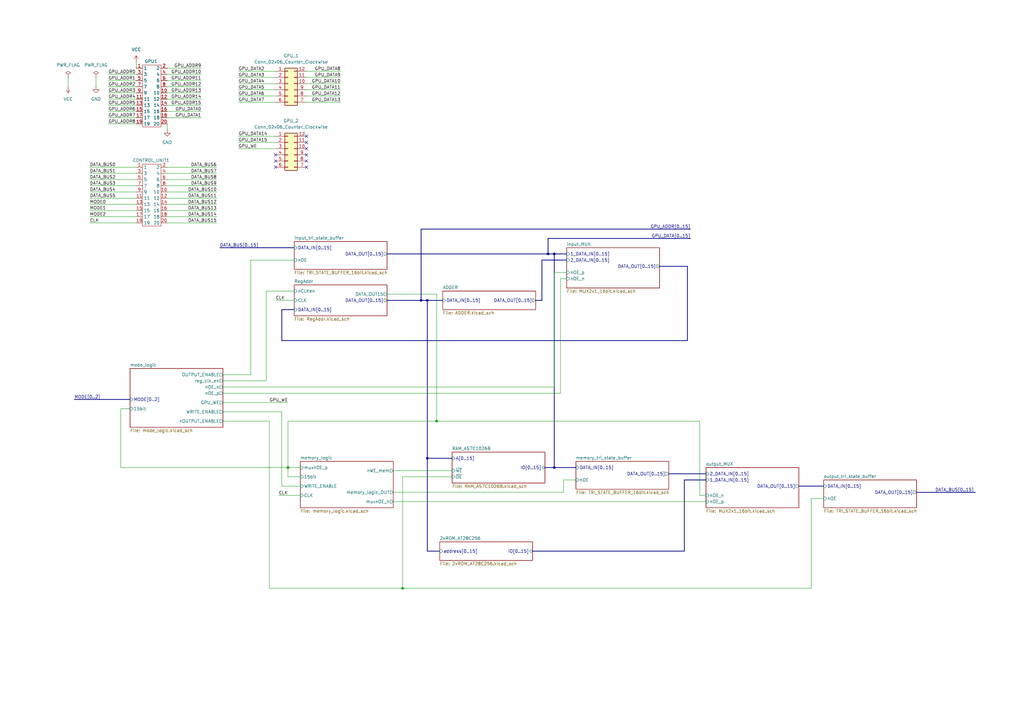
<source format=kicad_sch>
(kicad_sch (version 20250114) (generator "eeschema") (generator_version "9.0")
  (paper "A3")
  (title_block (title "MEMORY CONTROLLER"))
  (lib_symbols
    (symbol "Connector_Generic:Conn_02x06_Counter_Clockwise" (pin_names (offset 1.016) (hide yes))
      (property "Reference" "J" (at 1.27 7.62 0))
      (property "Value" "Conn_02x06_Counter_Clockwise" (at 1.27 -10.16 0))
      (symbol "Conn_02x06_Counter_Clockwise_1_1"
        (rectangle (start -1.27 6.35) (end 3.81 -8.89) (stroke (width 0.254)) (fill (type background)))
        (rectangle (start -1.27 5.207) (end 0 4.953) (stroke (width 0.1524)))
        (rectangle (start -1.27 2.667) (end 0 2.413) (stroke (width 0.1524)))
        (rectangle (start -1.27 0.127) (end 0 -0.127) (stroke (width 0.1524)))
        (rectangle (start -1.27 -2.413) (end 0 -2.667) (stroke (width 0.1524)))
        (rectangle (start -1.27 -4.953) (end 0 -5.207) (stroke (width 0.1524)))
        (rectangle (start -1.27 -7.493) (end 0 -7.747) (stroke (width 0.1524)))
        (rectangle (start 3.81 5.207) (end 2.54 4.953) (stroke (width 0.1524)))
        (rectangle (start 3.81 2.667) (end 2.54 2.413) (stroke (width 0.1524)))
        (rectangle (start 3.81 0.127) (end 2.54 -0.127) (stroke (width 0.1524)))
        (rectangle (start 3.81 -2.413) (end 2.54 -2.667) (stroke (width 0.1524)))
        (rectangle (start 3.81 -4.953) (end 2.54 -5.207) (stroke (width 0.1524)))
        (rectangle (start 3.81 -7.493) (end 2.54 -7.747) (stroke (width 0.1524)))
        (pin passive line (at -5.08 5.08 0) (length 3.81) (name "Pin_1") (number "1"))
        (pin passive line (at -5.08 2.54 0) (length 3.81) (name "Pin_2") (number "2"))
        (pin passive line (at -5.08 0 0) (length 3.81) (name "Pin_3") (number "3"))
        (pin passive line (at -5.08 -2.54 0) (length 3.81) (name "Pin_4") (number "4"))
        (pin passive line (at -5.08 -5.08 0) (length 3.81) (name "Pin_5") (number "5"))
        (pin passive line (at -5.08 -7.62 0) (length 3.81) (name "Pin_6") (number "6"))
        (pin passive line (at 7.62 5.08 180) (length 3.81) (name "Pin_12") (number "12"))
        (pin passive line (at 7.62 2.54 180) (length 3.81) (name "Pin_11") (number "11"))
        (pin passive line (at 7.62 0 180) (length 3.81) (name "Pin_10") (number "10"))
        (pin passive line (at 7.62 -2.54 180) (length 3.81) (name "Pin_9") (number "9"))
        (pin passive line (at 7.62 -5.08 180) (length 3.81) (name "Pin_8") (number "8"))
        (pin passive line (at 7.62 -7.62 180) (length 3.81) (name "Pin_7") (number "7"))
      )
    )
    (symbol "mALUch_lib:2x20_2.54_Horizontal"
      (property "Reference" "REF" (at -2.286 26.924 0))
      (symbol "2x20_2.54_Horizontal_0_1"
        (rectangle (start -3.81 25.4) (end 3.81 0))
      )
      (symbol "2x20_2.54_Horizontal_1_1"
        (pin bidirectional line (at -6.35 24.13 0) (length 2.54) (name "1") (number "1"))
        (pin bidirectional line (at -6.35 21.59 0) (length 2.54) (name "3") (number "3"))
        (pin bidirectional line (at -6.35 19.05 0) (length 2.54) (name "5") (number "5"))
        (pin bidirectional line (at -6.35 16.51 0) (length 2.54) (name "7") (number "7"))
        (pin bidirectional line (at -6.35 13.97 0) (length 2.54) (name "9") (number "9"))
        (pin bidirectional line (at -6.35 11.43 0) (length 2.54) (name "11") (number "11"))
        (pin bidirectional line (at -6.35 8.89 0) (length 2.54) (name "13") (number "13"))
        (pin bidirectional line (at -6.35 6.35 0) (length 2.54) (name "15") (number "15"))
        (pin bidirectional line (at -6.35 3.81 0) (length 2.54) (name "17") (number "17"))
        (pin bidirectional line (at -6.35 1.27 0) (length 2.54) (name "19") (number "19"))
        (pin bidirectional line (at 6.35 24.13 180) (length 2.54) (name "2") (number "2"))
        (pin bidirectional line (at 6.35 21.59 180) (length 2.54) (name "4") (number "4"))
        (pin bidirectional line (at 6.35 19.05 180) (length 2.54) (name "6") (number "6"))
        (pin bidirectional line (at 6.35 16.51 180) (length 2.54) (name "8") (number "8"))
        (pin bidirectional line (at 6.35 13.97 180) (length 2.54) (name "10") (number "10"))
        (pin bidirectional line (at 6.35 11.43 180) (length 2.54) (name "12") (number "12"))
        (pin bidirectional line (at 6.35 8.89 180) (length 2.54) (name "14") (number "14"))
        (pin bidirectional line (at 6.35 6.35 180) (length 2.54) (name "16") (number "16"))
        (pin bidirectional line (at 6.35 3.81 180) (length 2.54) (name "18") (number "18"))
        (pin bidirectional line (at 6.35 1.27 180) (length 2.54) (name "20") (number "20"))
      )
    )
    (symbol "power:GND" (power) (pin_numbers (hide yes)) (pin_names (offset 0) (hide yes))
      (property "Value" "GND" (at 0 -3.81 0))
      (symbol "GND_0_1"
        (polyline (pts (xy 0 0) (xy 0 -1.27) (xy 1.27 -1.27) (xy 0 -2.54) (xy -1.27 -1.27) (xy 0 -1.27)))
      )
      (symbol "GND_1_1"
        (pin power_in line (at 0 0 270) (length 0) (name "~") (number "1"))
      )
    )
    (symbol "power:PWR_FLAG" (power) (pin_numbers (hide yes)) (pin_names (offset 0) (hide yes))
      (property "Value" "PWR_FLAG" (at 0 3.81 0))
      (symbol "PWR_FLAG_0_0"
        (pin power_out line (at 0 0 90) (length 0) (name "~") (number "1"))
      )
      (symbol "PWR_FLAG_0_1"
        (polyline (pts (xy 0 0) (xy 0 1.27) (xy -1.016 1.905) (xy 0 2.54) (xy 1.016 1.905) (xy 0 1.27)))
      )
    )
    (symbol "power:VCC" (power) (pin_numbers (hide yes)) (pin_names (offset 0) (hide yes))
      (property "Value" "VCC" (at 0 3.556 0))
      (symbol "VCC_0_1"
        (polyline (pts (xy -0.762 1.27) (xy 0 2.54)))
        (polyline (pts (xy 0 2.54) (xy 0.762 1.27)))
        (polyline (pts (xy 0 0) (xy 0 2.54)))
      )
      (symbol "VCC_1_1"
        (pin power_in line (at 0 0 90) (length 0) (name "~") (number "1"))
      )
    )
  )
  (junction (at 227.33 104.14))
  (junction (at 165.1 241.3))
  (junction (at 118.11 191.77))
  (junction (at 224.79 104.14))
  (junction (at 227.33 191.77))
  (junction (at 175.26 123.19))
  (junction (at 179.07 172.72))
  (junction (at 175.26 187.96))
  (junction (at 172.72 123.19))
  (no_connect (at 125.73 63.5))
  (no_connect (at 125.73 60.96))
  (no_connect (at 125.73 55.88))
  (no_connect (at 113.03 68.58))
  (no_connect (at 125.73 66.04))
  (no_connect (at 113.03 63.5))
  (no_connect (at 113.03 66.04))
  (no_connect (at 125.73 58.42))
  (no_connect (at 125.73 68.58))
  (bus (pts (xy 224.79 97.79) (xy 283.21 97.79)))
  (wire (pts (xy 36.83 81.28) (xy 55.88 81.28)))
  (bus (pts (xy 281.94 109.22) (xy 281.94 139.7)))
  (bus (pts (xy 172.72 93.98) (xy 283.21 93.98)))
  (wire (pts (xy 36.83 76.2) (xy 55.88 76.2)))
  (wire (pts (xy 44.45 48.26) (xy 55.88 48.26)))
  (wire (pts (xy 115.57 199.39) (xy 123.19 199.39)))
  (bus (pts (xy 115.57 139.7) (xy 115.57 127)))
  (wire (pts (xy 68.58 78.74) (xy 88.9 78.74)))
  (wire (pts (xy 68.58 53.34) (xy 68.58 50.8)))
  (wire (pts (xy 125.73 36.83) (xy 139.7 36.83)))
  (wire (pts (xy 165.1 241.3) (xy 332.74 241.3)))
  (bus (pts (xy 280.67 196.85) (xy 289.56 196.85)))
  (wire (pts (xy 110.49 172.72) (xy 110.49 241.3)))
  (wire (pts (xy 97.79 29.21) (xy 113.03 29.21)))
  (wire (pts (xy 44.45 30.48) (xy 55.88 30.48)))
  (bus (pts (xy 115.57 127) (xy 120.65 127)))
  (wire (pts (xy 332.74 204.47) (xy 337.82 204.47)))
  (bus (pts (xy 158.75 104.14) (xy 224.79 104.14)))
  (wire (pts (xy 161.29 193.04) (xy 185.42 193.04)))
  (wire (pts (xy 115.57 168.91) (xy 115.57 199.39)))
  (bus (pts (xy 158.75 123.19) (xy 172.72 123.19)))
  (wire (pts (xy 68.58 81.28) (xy 88.9 81.28)))
  (wire (pts (xy 36.83 73.66) (xy 55.88 73.66)))
  (bus (pts (xy 172.72 123.19) (xy 172.72 93.98)))
  (wire (pts (xy 123.19 195.58) (xy 118.11 195.58)))
  (bus (pts (xy 281.94 139.7) (xy 115.57 139.7)))
  (wire (pts (xy 44.45 38.1) (xy 55.88 38.1)))
  (wire (pts (xy 161.29 205.74) (xy 289.56 205.74)))
  (wire (pts (xy 185.42 195.58) (xy 165.1 195.58)))
  (wire (pts (xy 49.53 167.64) (xy 49.53 191.77)))
  (wire (pts (xy 97.79 55.88) (xy 113.03 55.88)))
  (wire (pts (xy 125.73 29.21) (xy 139.7 29.21)))
  (wire (pts (xy 91.44 161.29) (xy 229.87 161.29)))
  (wire (pts (xy 36.83 83.82) (xy 55.88 83.82)))
  (wire (pts (xy 27.94 31.75) (xy 27.94 35.56)))
  (wire (pts (xy 68.58 83.82) (xy 88.9 83.82)))
  (wire (pts (xy 68.58 73.66) (xy 88.9 73.66)))
  (wire (pts (xy 68.58 76.2) (xy 88.9 76.2)))
  (wire (pts (xy 229.87 161.29) (xy 229.87 114.3)))
  (wire (pts (xy 113.03 123.19) (xy 120.65 123.19)))
  (wire (pts (xy 125.73 41.91) (xy 139.7 41.91)))
  (wire (pts (xy 118.11 191.77) (xy 118.11 172.72)))
  (wire (pts (xy 97.79 34.29) (xy 113.03 34.29)))
  (wire (pts (xy 231.14 201.93) (xy 231.14 196.85)))
  (wire (pts (xy 36.83 88.9) (xy 55.88 88.9)))
  (wire (pts (xy 179.07 120.65) (xy 179.07 172.72)))
  (wire (pts (xy 102.87 153.67) (xy 102.87 106.68)))
  (wire (pts (xy 68.58 38.1) (xy 82.55 38.1)))
  (bus (pts (xy 270.51 109.22) (xy 281.94 109.22)))
  (wire (pts (xy 118.11 195.58) (xy 118.11 191.77)))
  (wire (pts (xy 36.83 86.36) (xy 55.88 86.36)))
  (wire (pts (xy 91.44 153.67) (xy 102.87 153.67)))
  (wire (pts (xy 229.87 114.3) (xy 232.41 114.3)))
  (wire (pts (xy 36.83 71.12) (xy 55.88 71.12)))
  (bus (pts (xy 375.92 201.93) (xy 400.05 201.93)))
  (wire (pts (xy 227.33 111.76) (xy 232.41 111.76)))
  (wire (pts (xy 68.58 30.48) (xy 82.55 30.48)))
  (wire (pts (xy 97.79 31.75) (xy 113.03 31.75)))
  (bus (pts (xy 274.32 194.31) (xy 289.56 194.31)))
  (wire (pts (xy 97.79 36.83) (xy 113.03 36.83)))
  (wire (pts (xy 36.83 68.58) (xy 55.88 68.58)))
  (wire (pts (xy 97.79 58.42) (xy 113.03 58.42)))
  (bus (pts (xy 224.79 97.79) (xy 224.79 104.14)))
  (wire (pts (xy 68.58 43.18) (xy 82.55 43.18)))
  (wire (pts (xy 287.02 172.72) (xy 287.02 203.2)))
  (wire (pts (xy 91.44 172.72) (xy 110.49 172.72)))
  (wire (pts (xy 125.73 39.37) (xy 139.7 39.37)))
  (wire (pts (xy 102.87 106.68) (xy 120.65 106.68)))
  (bus (pts (xy 227.33 104.14) (xy 232.41 104.14)))
  (wire (pts (xy 91.44 168.91) (xy 115.57 168.91)))
  (wire (pts (xy 68.58 35.56) (xy 82.55 35.56)))
  (wire (pts (xy 158.75 120.65) (xy 179.07 120.65)))
  (wire (pts (xy 97.79 60.96) (xy 113.03 60.96)))
  (wire (pts (xy 110.49 241.3) (xy 165.1 241.3)))
  (wire (pts (xy 91.44 165.1) (xy 118.11 165.1)))
  (wire (pts (xy 68.58 45.72) (xy 82.55 45.72)))
  (wire (pts (xy 91.44 156.21) (xy 109.22 156.21)))
  (wire (pts (xy 123.19 191.77) (xy 118.11 191.77)))
  (bus (pts (xy 218.44 226.06) (xy 280.67 226.06)))
  (wire (pts (xy 231.14 196.85) (xy 236.22 196.85)))
  (wire (pts (xy 36.83 78.74) (xy 55.88 78.74)))
  (wire (pts (xy 55.88 25.4) (xy 55.88 27.94)))
  (wire (pts (xy 68.58 48.26) (xy 82.55 48.26)))
  (wire (pts (xy 68.58 40.64) (xy 82.55 40.64)))
  (wire (pts (xy 44.45 33.02) (xy 55.88 33.02)))
  (wire (pts (xy 44.45 50.8) (xy 55.88 50.8)))
  (bus (pts (xy 175.26 123.19) (xy 172.72 123.19)))
  (wire (pts (xy 68.58 88.9) (xy 88.9 88.9)))
  (wire (pts (xy 53.34 167.64) (xy 49.53 167.64)))
  (wire (pts (xy 44.45 45.72) (xy 55.88 45.72)))
  (bus (pts (xy 222.25 123.19) (xy 222.25 106.68)))
  (wire (pts (xy 68.58 68.58) (xy 88.9 68.58)))
  (wire (pts (xy 125.73 34.29) (xy 139.7 34.29)))
  (bus (pts (xy 219.71 123.19) (xy 222.25 123.19)))
  (bus (pts (xy 175.26 187.96) (xy 175.26 226.06)))
  (wire (pts (xy 332.74 241.3) (xy 332.74 204.47)))
  (wire (pts (xy 68.58 27.94) (xy 82.55 27.94)))
  (wire (pts (xy 97.79 41.91) (xy 113.03 41.91)))
  (wire (pts (xy 68.58 33.02) (xy 82.55 33.02)))
  (wire (pts (xy 91.44 158.75) (xy 227.33 158.75)))
  (bus (pts (xy 175.26 123.19) (xy 181.61 123.19)))
  (wire (pts (xy 109.22 156.21) (xy 109.22 119.38)))
  (wire (pts (xy 68.58 86.36) (xy 88.9 86.36)))
  (wire (pts (xy 68.58 91.44) (xy 88.9 91.44)))
  (bus (pts (xy 90.17 101.6) (xy 120.65 101.6)))
  (bus (pts (xy 280.67 196.85) (xy 280.67 226.06)))
  (wire (pts (xy 44.45 43.18) (xy 55.88 43.18)))
  (bus (pts (xy 227.33 104.14) (xy 227.33 191.77)))
  (wire (pts (xy 227.33 158.75) (xy 227.33 111.76)))
  (wire (pts (xy 44.45 40.64) (xy 55.88 40.64)))
  (bus (pts (xy 222.25 106.68) (xy 232.41 106.68)))
  (wire (pts (xy 179.07 172.72) (xy 287.02 172.72)))
  (bus (pts (xy 30.48 163.83) (xy 53.34 163.83)))
  (bus (pts (xy 227.33 104.14) (xy 224.79 104.14)))
  (wire (pts (xy 97.79 39.37) (xy 113.03 39.37)))
  (bus (pts (xy 327.66 199.39) (xy 337.82 199.39)))
  (bus (pts (xy 180.34 226.06) (xy 175.26 226.06)))
  (wire (pts (xy 49.53 191.77) (xy 118.11 191.77)))
  (wire (pts (xy 39.37 31.75) (xy 39.37 35.56)))
  (bus (pts (xy 227.33 191.77) (xy 236.22 191.77)))
  (bus (pts (xy 185.42 187.96) (xy 175.26 187.96)))
  (wire (pts (xy 125.73 31.75) (xy 139.7 31.75)))
  (wire (pts (xy 118.11 172.72) (xy 179.07 172.72)))
  (wire (pts (xy 114.3 203.2) (xy 123.19 203.2)))
  (wire (pts (xy 109.22 119.38) (xy 120.65 119.38)))
  (wire (pts (xy 68.58 71.12) (xy 88.9 71.12)))
  (wire (pts (xy 165.1 195.58) (xy 165.1 241.3)))
  (wire (pts (xy 161.29 201.93) (xy 231.14 201.93)))
  (bus (pts (xy 223.52 191.77) (xy 227.33 191.77)))
  (wire (pts (xy 44.45 35.56) (xy 55.88 35.56)))
  (wire (pts (xy 287.02 203.2) (xy 289.56 203.2)))
  (wire (pts (xy 36.83 91.44) (xy 55.88 91.44)))
  (bus (pts (xy 175.26 123.19) (xy 175.26 187.96)))
  (label "CLK" (at 113.03 123.19 0))
  (label "DATA_BUS12" (at 88.9 83.82 180))
  (label "DATA_BUS8" (at 88.9 73.66 180))
  (label "MODE2" (at 36.83 88.9 0))
  (label "DATA_BUS14" (at 88.9 88.9 180))
  (label "DATA_BUS15" (at 88.9 91.44 180))
  (label "GPU_DATA1" (at 82.55 48.26 180))
  (label "CLK" (at 36.83 91.44 0))
  (label "GPU_DATA7" (at 97.79 41.91 0))
  (label "GPU_ADDR8" (at 44.45 50.8 0))
  (label "GPU_DATA[0..15]" (at 283.21 97.79 180))
  (label "GPU_DATA8" (at 139.7 29.21 180))
  (label "DATA_BUS10" (at 88.9 78.74 180))
  (label "DATA_BUS5" (at 36.83 81.28 0))
  (label "CLK" (at 114.3 203.2 0))
  (label "DATA_BUS7" (at 88.9 71.12 180))
  (label "GPU_DATA4" (at 97.79 34.29 0))
  (label "GPU_DATA14" (at 97.79 55.88 0))
  (label "GPU_ADDR7" (at 44.45 48.26 0))
  (label "DATA_BUS2" (at 36.83 73.66 0))
  (label "MODE1" (at 36.83 86.36 0))
  (label "GPU_ADDR9" (at 82.55 27.94 180))
  (label "GPU_ADDR10" (at 82.55 30.48 180))
  (label "GPU_DATA3" (at 97.79 31.75 0))
  (label "GPU_DATA2" (at 97.79 29.21 0))
  (label "DATA_BUS11" (at 88.9 81.28 180))
  (label "GPU_ADDR2" (at 44.45 35.56 0))
  (label "GPU_DATA9" (at 139.7 31.75 180))
  (label "DATA_BUS3" (at 36.83 76.2 0))
  (label "GPU_DATA15" (at 97.79 58.42 0))
  (label "DATA_BUS[0..15]" (at 90.17 101.6 0))
  (label "GPU_DATA13" (at 139.7 41.91 180))
  (label "DATA_BUS9" (at 88.9 76.2 180))
  (label "GPU_ADDR4" (at 44.45 40.64 0))
  (label "GPU_DATA5" (at 97.79 36.83 0))
  (label "GPU_ADDR5" (at 44.45 43.18 0))
  (label "DATA_BUS0" (at 36.83 68.58 0))
  (label "GPU_DATA11" (at 139.7 36.83 180))
  (label "GPU_DATA6" (at 97.79 39.37 0))
  (label "DATA_BUS4" (at 36.83 78.74 0))
  (label "DATA_BUS6" (at 88.9 68.58 180))
  (label "DATA_BUS13" (at 88.9 86.36 180))
  (label "GPU_ADDR11" (at 82.55 33.02 180))
  (label "MODE[0..2]" (at 30.48 163.83 0))
  (label "GPU_ADDR3" (at 44.45 38.1 0))
  (label "GPU_DATA0" (at 82.55 45.72 180))
  (label "GPU_ADDR0" (at 44.45 30.48 0))
  (label "GPU_DATA10" (at 139.7 34.29 180))
  (label "GPU_ADDR14" (at 82.55 40.64 180))
  (label "GPU_ADDR12" (at 82.55 35.56 180))
  (label "GPU_ADDR13" (at 82.55 38.1 180))
  (label "DATA_BUS[0..15]" (at 383.54 201.93 0))
  (label "GPU_ADDR15" (at 82.55 43.18 180))
  (label "GPU_ADDR[0..15]" (at 283.21 93.98 180))
  (label "GPU_WE" (at 118.11 165.1 180))
  (label "MODE0" (at 36.83 83.82 0))
  (label "GPU_WE" (at 97.79 60.96 0))
  (label "GPU_ADDR6" (at 44.45 45.72 0))
  (label "GPU_ADDR1" (at 44.45 33.02 0))
  (label "DATA_BUS1" (at 36.83 71.12 0))
  (label "GPU_DATA12" (at 139.7 39.37 180))
  (symbol (lib_id "mALUch_lib:2x20_2.54_Horizontal") (at 62.23 92.71 0) (unit 1)
    (property "Reference" "CONTROL_UNIT1" (at 61.976 65.786 0))
    (property "Footprint" "mALUch_lib:PinHeader_2x10_P2.54mm_Horizontal" (effects (hide yes)))
  )
  (symbol (lib_id "power:PWR_FLAG") (at 39.37 31.75 0) (unit 1)
    (property "Reference" "#FLG02" (effects (hide yes)))
    (property "Value" "PWR_FLAG" (at 39.37 26.67 0))
    (property "Description" "Special symbol for telling ERC where power comes from" (effects (hide yes)))
  )
  (symbol (lib_id "Connector_Generic:Conn_02x06_Counter_Clockwise") (at 118.11 34.29 0) (unit 1)
    (property "Reference" "GPU_1" (at 119.38 22.86 0))
    (property "Value" "Conn_02x06_Counter_Clockwise" (at 119.38 25.4 0))
    (property "Description" "Generic connector, double row, 02x06, counter clockwise pin numbering scheme (similar to DIP package numbering), script generated (kicad-library-utils/schlib/autogen/connector/)" (effects (hide yes)))
  )
  (symbol (lib_id "power:VCC") (at 27.94 35.56 180) (unit 1)
    (property "Reference" "#PWR01" (effects (hide yes)))
    (property "Value" "VCC" (at 27.94 40.64 0))
    (property "Description" "Power symbol creates a global label with name \"VCC\"" (effects (hide yes)))
  )
  (symbol (lib_id "power:GND") (at 39.37 35.56 0) (unit 1)
    (property "Reference" "#PWR02" (effects (hide yes)))
    (property "Value" "GND" (at 39.37 40.64 0))
    (property "Description" "Power symbol creates a global label with name \"GND\" , ground" (effects (hide yes)))
  )
  (symbol (lib_id "power:PWR_FLAG") (at 27.94 31.75 0) (unit 1)
    (property "Reference" "#FLG01" (effects (hide yes)))
    (property "Value" "PWR_FLAG" (at 27.94 26.67 0))
    (property "Description" "Special symbol for telling ERC where power comes from" (effects (hide yes)))
  )
  (symbol (lib_id "power:GND") (at 68.58 53.34 0) (unit 1)
    (property "Reference" "#PWR04" (effects (hide yes)))
    (property "Value" "GND" (at 68.58 58.42 0))
    (property "Description" "Power symbol creates a global label with name \"GND\" , ground" (effects (hide yes)))
  )
  (symbol (lib_id "Connector_Generic:Conn_02x06_Counter_Clockwise") (at 118.11 60.96 0) (unit 1)
    (property "Reference" "GPU_2" (at 119.38 49.53 0))
    (property "Value" "Conn_02x06_Counter_Clockwise" (at 119.38 52.07 0))
    (property "Description" "Generic connector, double row, 02x06, counter clockwise pin numbering scheme (similar to DIP package numbering), script generated (kicad-library-utils/schlib/autogen/connector/)" (effects (hide yes)))
  )
  (symbol (lib_id "power:VCC") (at 55.88 25.4 0) (unit 1)
    (property "Reference" "#PWR03" (effects (hide yes)))
    (property "Value" "VCC" (at 55.88 20.32 0))
    (property "Description" "Power symbol creates a global label with name \"VCC\"" (effects (hide yes)))
  )
  (symbol (lib_id "mALUch_lib:2x20_2.54_Horizontal") (at 62.23 52.07 0) (unit 1)
    (property "Reference" "GPU1" (at 61.976 25.146 0))
    (property "Footprint" "mALUch_lib:PinHeader_2x10_P2.54mm_Horizontal" (effects (hide yes)))
  )
  (sheet (at 232.41 101.6) (size 38.1 16.51) (stroke (width 0.1524))
    (property "Sheetname" "input_MUX" (at 232.41 100.8884 0) (effects (justify left bottom)))
    (property "Sheetfile" "MUX2x1_16bit.kicad_sch" (at 232.41 118.6946 0) (effects (justify left top)))
    (pin "1_DATA_IN[0..15]" input (at 232.41 104.14 180))
    (pin "2_DATA_IN[0..15]" input (at 232.41 106.68 180))
    (pin "DATA_OUT[0..15]" output (at 270.51 109.22 0))
    (pin "nOE_p" input (at 232.41 111.76 180))
    (pin "nOE_n" input (at 232.41 114.3 180))
  )
  (sheet (at 120.65 99.06) (size 38.1 11.43) (stroke (width 0.1524))
    (property "Sheetname" "input_tri_state_buffer" (at 120.65 98.3484 0) (effects (justify left bottom)))
    (property "Sheetfile" "TRI_STATE_BUFFER_16bit.kicad_sch" (at 120.65 111.0746 0) (effects (justify left top)))
    (pin "DATA_IN[0..15]" input (at 120.65 101.6 180))
    (pin "DATA_OUT[0..15]" output (at 158.75 104.14 0))
    (pin "nOE" input (at 120.65 106.68 180))
  )
  (sheet (at 289.56 191.77) (size 38.1 16.51) (stroke (width 0.1524))
    (property "Sheetname" "output_MUX" (at 289.56 191.0584 0) (effects (justify left bottom)))
    (property "Sheetfile" "MUX2x1_16bit.kicad_sch" (at 289.56 208.8646 0) (effects (justify left top)))
    (pin "1_DATA_IN[0..15]" input (at 289.56 196.85 180))
    (pin "2_DATA_IN[0..15]" input (at 289.56 194.31 180))
    (pin "DATA_OUT[0..15]" output (at 327.66 199.39 0))
    (pin "nOE_p" input (at 289.56 205.74 180))
    (pin "nOE_n" input (at 289.56 203.2 180))
  )
  (sheet (at 180.34 222.25) (size 38.1 7.62) (stroke (width 0.1524))
    (property "Sheetname" "2xROM_AT28C256" (at 180.34 221.5384 0) (effects (justify left bottom)))
    (property "Sheetfile" "2xROM_AT28C256.kicad_sch" (at 180.34 230.4546 0) (effects (justify left top)))
    (pin "address[0..15]" input (at 180.34 226.06 180))
    (pin "IO[0..15]" bidirectional (at 218.44 226.06 0))
  )
  (sheet (at 53.34 151.13) (size 38.1 24.13) (stroke (width 0.1524))
    (property "Sheetname" "mode_logic" (at 53.34 150.4184 0) (effects (justify left bottom)))
    (property "Sheetfile" "mode_logic.kicad_sch" (at 53.34 175.8446 0) (effects (justify left top)))
    (pin "nOE_n" output (at 91.44 158.75 0))
    (pin "nOE_p" output (at 91.44 161.29 0))
    (pin "GPU_WE" output (at 91.44 165.1 0))
    (pin "nOUTPUT_ENABLE" output (at 91.44 172.72 0))
    (pin "WRITE_ENABLE" output (at 91.44 168.91 0))
    (pin "15bit" input (at 53.34 167.64 180))
    (pin "MODE[0..2]" input (at 53.34 163.83 180))
    (pin "reg_clk_en" output (at 91.44 156.21 0))
    (pin "OUTPUT_ENABLE" output (at 91.44 153.67 0))
  )
  (sheet (at 181.61 119.38) (size 38.1 7.62) (stroke (width 0.1524))
    (property "Sheetname" "ADDER" (at 181.61 118.6684 0) (effects (justify left bottom)))
    (property "Sheetfile" "ADDER.kicad_sch" (at 181.61 127.5846 0) (effects (justify left top)))
    (pin "DATA_OUT[0..15]" output (at 219.71 123.19 0))
    (pin "DATA_IN[0..15]" input (at 181.61 123.19 180))
  )
  (sheet (at 337.82 196.85) (size 38.1 11.43) (stroke (width 0.1524))
    (property "Sheetname" "output_tri_state_buffer" (at 337.82 196.1384 0) (effects (justify left bottom)))
    (property "Sheetfile" "TRI_STATE_BUFFER_16bit.kicad_sch" (at 337.82 208.8646 0) (effects (justify left top)))
    (pin "DATA_IN[0..15]" input (at 337.82 199.39 180))
    (pin "DATA_OUT[0..15]" output (at 375.92 201.93 0))
    (pin "nOE" input (at 337.82 204.47 180))
  )
  (sheet (at 185.42 185.42) (size 38.1 12.7) (stroke (width 0.1524))
    (property "Sheetname" "RAM_AS7C1026B" (at 185.42 184.7084 0) (effects (justify left bottom)))
    (property "Sheetfile" "RAM_AS7C1026B.kicad_sch" (at 185.42 198.7046 0) (effects (justify left top)))
    (pin "A[0..15]" input (at 185.42 187.96 180))
    (pin "IO[0..15]" bidirectional (at 223.52 191.77 0))
    (pin "~{OE}" input (at 185.42 195.58 180))
    (pin "~{WE}" input (at 185.42 193.04 180))
  )
  (sheet (at 120.65 116.84) (size 38.1 12.7) (stroke (width 0.1524))
    (property "Sheetname" "RegAddr" (at 120.65 116.1284 0) (effects (justify left bottom)))
    (property "Sheetfile" "RegAddr.kicad_sch" (at 120.65 130.1246 0) (effects (justify left top)))
    (pin "CLK" input (at 120.65 123.19 180))
    (pin "nCLKen" input (at 120.65 119.38 180))
    (pin "DATA_IN[0..15]" input (at 120.65 127 180))
    (pin "DATA_OUT[0..15]" output (at 158.75 123.19 0))
    (pin "DATA_OUT15" output (at 158.75 120.65 0))
  )
  (sheet (at 236.22 189.23) (size 38.1 11.43) (stroke (width 0.1524))
    (property "Sheetname" "memory_tri_state_buffer" (at 236.22 188.5184 0) (effects (justify left bottom)))
    (property "Sheetfile" "TRI_STATE_BUFFER_16bit.kicad_sch" (at 236.22 201.2446 0) (effects (justify left top)))
    (pin "DATA_IN[0..15]" input (at 236.22 191.77 180))
    (pin "DATA_OUT[0..15]" output (at 274.32 194.31 0))
    (pin "nOE" input (at 236.22 196.85 180))
  )
  (sheet (at 123.19 189.23) (size 38.1 19.05) (stroke (width 0.1524))
    (property "Sheetname" "memory_logic" (at 123.19 188.5184 0) (effects (justify left bottom)))
    (property "Sheetfile" "memory_logic.kicad_sch" (at 123.19 208.8646 0) (effects (justify left top)))
    (pin "muxnOE_n" output (at 161.29 205.74 0))
    (pin "muxnOE_p" input (at 123.19 191.77 180))
    (pin "15bit" input (at 123.19 195.58 180))
    (pin "memory_logic_OUT" output (at 161.29 201.93 0))
    (pin "nWE_mem" output (at 161.29 193.04 0))
    (pin "WRITE_ENABLE" input (at 123.19 199.39 180))
    (pin "CLK" input (at 123.19 203.2 180))
  )
)
</source>
